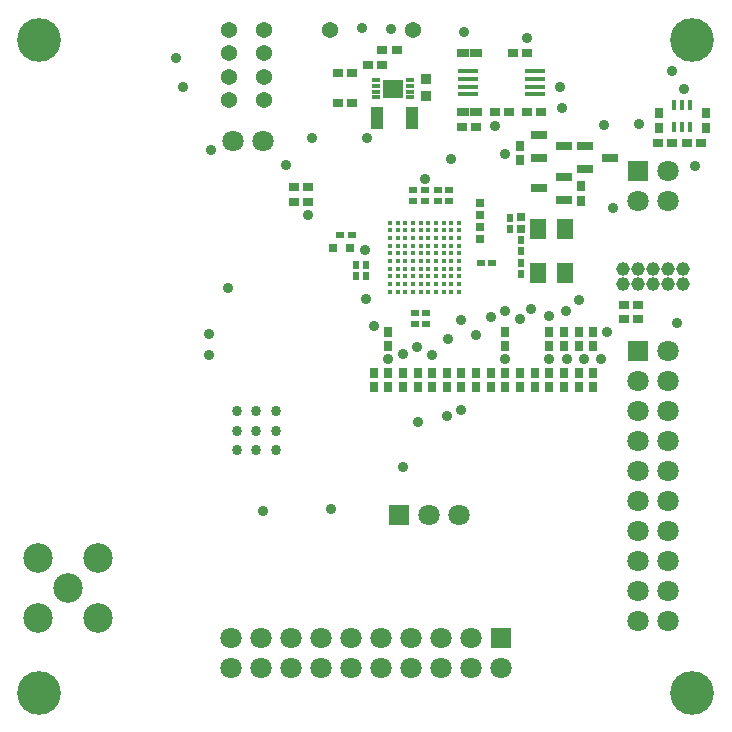
<source format=gbs>
%FSLAX43Y43*%
%MOMM*%
G71*
G01*
G75*
G04 Layer_Color=16711935*
%ADD10R,0.600X1.000*%
%ADD11R,0.400X1.400*%
%ADD12R,2.300X1.900*%
%ADD13R,1.775X1.900*%
%ADD14R,0.650X0.500*%
%ADD15R,1.000X2.250*%
%ADD16R,1.400X1.150*%
%ADD17R,1.600X1.000*%
%ADD18R,2.500X3.000*%
%ADD19O,0.800X0.400*%
%ADD20O,0.250X0.700*%
%ADD21O,0.700X0.250*%
%ADD22R,4.500X4.500*%
%ADD23R,1.200X1.200*%
%ADD24R,1.100X0.600*%
%ADD25R,1.100X1.000*%
%ADD26R,0.350X0.700*%
%ADD27R,0.700X0.700*%
%ADD28R,0.282X0.205*%
%ADD29R,0.550X0.600*%
%ADD30R,0.650X0.800*%
%ADD31R,0.500X0.650*%
%ADD32R,0.762X0.762*%
%ADD33R,0.205X0.282*%
%ADD34R,0.600X0.900*%
%ADD35R,0.800X0.650*%
%ADD36R,0.600X0.550*%
G04:AMPARAMS|DCode=37|XSize=0.205mm|YSize=0.282mm|CornerRadius=0mm|HoleSize=0mm|Usage=FLASHONLY|Rotation=135.000|XOffset=0mm|YOffset=0mm|HoleType=Round|Shape=Rectangle|*
%AMROTATEDRECTD37*
4,1,4,0.172,0.027,-0.027,-0.172,-0.172,-0.027,0.027,0.172,0.172,0.027,0.0*
%
%ADD37ROTATEDRECTD37*%

G04:AMPARAMS|DCode=38|XSize=0.205mm|YSize=0.282mm|CornerRadius=0mm|HoleSize=0mm|Usage=FLASHONLY|Rotation=225.000|XOffset=0mm|YOffset=0mm|HoleType=Round|Shape=Rectangle|*
%AMROTATEDRECTD38*
4,1,4,-0.027,0.172,0.172,-0.027,0.027,-0.172,-0.172,0.027,-0.027,0.172,0.0*
%
%ADD38ROTATEDRECTD38*%

%ADD39R,0.900X0.600*%
%ADD40R,1.200X1.200*%
%ADD41R,0.700X0.700*%
%ADD42C,0.254*%
%ADD43C,0.203*%
%ADD44C,0.180*%
%ADD45C,0.150*%
%ADD46C,0.300*%
%ADD47C,0.125*%
%ADD48C,0.200*%
%ADD49C,0.114*%
%ADD50C,0.250*%
%ADD51C,0.205*%
%ADD52R,0.450X2.959*%
%ADD53R,2.025X0.450*%
%ADD54R,1.650X0.550*%
%ADD55R,0.601X0.571*%
%ADD56R,0.763X0.125*%
%ADD57R,0.600X0.670*%
%ADD58R,0.598X0.716*%
%ADD59R,2.386X0.197*%
%ADD60R,0.350X3.200*%
%ADD61R,1.700X1.700*%
%ADD62C,1.700*%
%ADD63R,1.700X1.700*%
%ADD64C,2.400*%
%ADD65C,1.050*%
%ADD66C,3.600*%
%ADD67C,0.762*%
%ADD68C,0.500*%
%ADD69C,0.450*%
%ADD70C,0.400*%
%ADD71C,0.550*%
%ADD72C,0.500*%
%ADD73C,1.600*%
G04:AMPARAMS|DCode=74|XSize=2.524mm|YSize=2.524mm|CornerRadius=0mm|HoleSize=0mm|Usage=FLASHONLY|Rotation=0.000|XOffset=0mm|YOffset=0mm|HoleType=Round|Shape=Relief|Width=0.254mm|Gap=0.254mm|Entries=4|*
%AMTHD74*
7,0,0,2.524,2.016,0.254,45*
%
%ADD74THD74*%
%ADD75C,2.100*%
G04:AMPARAMS|DCode=76|XSize=3.124mm|YSize=3.124mm|CornerRadius=0mm|HoleSize=0mm|Usage=FLASHONLY|Rotation=0.000|XOffset=0mm|YOffset=0mm|HoleType=Round|Shape=Relief|Width=0.254mm|Gap=0.254mm|Entries=4|*
%AMTHD76*
7,0,0,3.124,2.616,0.254,45*
%
%ADD76THD76*%
G04:AMPARAMS|DCode=77|XSize=1.45mm|YSize=1.45mm|CornerRadius=0mm|HoleSize=0mm|Usage=FLASHONLY|Rotation=0.000|XOffset=0mm|YOffset=0mm|HoleType=Round|Shape=Relief|Width=0.2mm|Gap=0.2mm|Entries=4|*
%AMTHD77*
7,0,0,1.450,1.050,0.200,45*
%
%ADD77THD77*%
%ADD78C,1.250*%
G04:AMPARAMS|DCode=79|XSize=4.224mm|YSize=4.224mm|CornerRadius=0mm|HoleSize=0mm|Usage=FLASHONLY|Rotation=0.000|XOffset=0mm|YOffset=0mm|HoleType=Round|Shape=Relief|Width=0.254mm|Gap=0.254mm|Entries=4|*
%AMTHD79*
7,0,0,4.224,3.716,0.254,45*
%
%ADD79THD79*%
%ADD80C,0.800*%
%ADD81C,0.850*%
%ADD82C,0.400*%
%ADD83C,2.200*%
%ADD84C,3.300*%
%ADD85C,0.930*%
%ADD86C,1.270*%
%ADD87R,1.300X1.600*%
%ADD88R,0.600X0.250*%
%ADD89R,1.600X1.500*%
%ADD90C,0.280*%
%ADD91R,1.700X0.350*%
%ADD92R,1.300X0.600*%
%ADD93R,0.350X0.850*%
%ADD94R,0.950X1.750*%
%ADD95C,0.300*%
%ADD96C,0.800*%
%ADD97C,1.000*%
%ADD98C,0.100*%
%ADD99C,0.050*%
%ADD100C,0.102*%
%ADD101R,0.800X1.000*%
%ADD102R,0.875X0.550*%
%ADD103R,2.100X2.100*%
%ADD104R,2.100X2.100*%
%ADD105R,1.700X1.700*%
%ADD106R,1.800X0.700*%
%ADD107R,0.700X1.800*%
%ADD108R,0.700X1.100*%
%ADD109R,0.500X1.500*%
%ADD110R,2.400X2.000*%
%ADD111R,1.875X2.000*%
%ADD112R,0.750X0.600*%
%ADD113R,1.100X2.350*%
%ADD114R,1.500X1.250*%
%ADD115R,1.700X1.100*%
%ADD116R,2.600X3.100*%
%ADD117O,0.900X0.500*%
%ADD118O,0.350X0.800*%
%ADD119O,0.800X0.350*%
%ADD120R,4.600X4.600*%
%ADD121R,1.300X1.300*%
%ADD122R,1.200X0.700*%
%ADD123R,1.200X1.100*%
%ADD124R,0.450X0.800*%
%ADD125R,0.800X0.800*%
%ADD126R,0.408X0.332*%
%ADD127R,0.650X0.700*%
%ADD128R,0.750X0.900*%
%ADD129R,0.600X0.750*%
%ADD130R,0.862X0.862*%
%ADD131R,0.332X0.408*%
%ADD132R,0.700X1.000*%
%ADD133R,0.900X0.750*%
%ADD134R,0.700X0.650*%
G04:AMPARAMS|DCode=135|XSize=0.332mm|YSize=0.408mm|CornerRadius=0mm|HoleSize=0mm|Usage=FLASHONLY|Rotation=135.000|XOffset=0mm|YOffset=0mm|HoleType=Round|Shape=Rectangle|*
%AMROTATEDRECTD135*
4,1,4,0.261,0.027,-0.027,-0.261,-0.261,-0.027,0.027,0.261,0.261,0.027,0.0*
%
%ADD135ROTATEDRECTD135*%

G04:AMPARAMS|DCode=136|XSize=0.332mm|YSize=0.408mm|CornerRadius=0mm|HoleSize=0mm|Usage=FLASHONLY|Rotation=225.000|XOffset=0mm|YOffset=0mm|HoleType=Round|Shape=Rectangle|*
%AMROTATEDRECTD136*
4,1,4,-0.027,0.261,0.261,-0.027,0.027,-0.261,-0.261,0.027,-0.027,0.261,0.0*
%
%ADD136ROTATEDRECTD136*%

%ADD137R,1.000X0.700*%
%ADD138R,1.300X1.300*%
%ADD139R,0.800X0.800*%
%ADD140R,1.800X1.800*%
%ADD141C,1.800*%
%ADD142R,1.800X1.800*%
%ADD143C,2.500*%
%ADD144C,1.150*%
%ADD145C,3.700*%
%ADD146C,1.370*%
%ADD147R,1.400X1.700*%
%ADD148R,0.700X0.350*%
%ADD149R,1.700X1.600*%
%ADD150C,0.380*%
%ADD151R,1.800X0.450*%
%ADD152R,1.400X0.700*%
%ADD153R,0.450X0.950*%
%ADD154R,1.050X1.850*%
%ADD155C,0.900*%
%ADD156C,0.862*%
D112*
X-31200Y-18900D02*
D03*
X-32150D02*
D03*
X-25025Y-15100D02*
D03*
X-25975D02*
D03*
X-25025Y-16000D02*
D03*
X-25975D02*
D03*
X-23875Y-15100D02*
D03*
X-22925D02*
D03*
X-23875Y-16000D02*
D03*
X-22925D02*
D03*
X-20275Y-21300D02*
D03*
X-19325D02*
D03*
X-25850Y-25500D02*
D03*
X-24900D02*
D03*
X-25850Y-26400D02*
D03*
X-24900D02*
D03*
D127*
X-20300Y-16200D02*
D03*
Y-17200D02*
D03*
Y-19200D02*
D03*
Y-18200D02*
D03*
X-16900Y-17400D02*
D03*
Y-18400D02*
D03*
D128*
X-25627Y-31751D02*
D03*
Y-30551D02*
D03*
X-15700Y-30551D02*
D03*
Y-31751D02*
D03*
X-23148Y-30551D02*
D03*
Y-31751D02*
D03*
X-21908Y-30551D02*
D03*
Y-31751D02*
D03*
X-10753Y-30550D02*
D03*
Y-31750D02*
D03*
X-11989Y-30550D02*
D03*
Y-31750D02*
D03*
X-13225Y-30550D02*
D03*
Y-31750D02*
D03*
X-14461Y-30550D02*
D03*
Y-31750D02*
D03*
X-18190Y-30551D02*
D03*
Y-31751D02*
D03*
X-16950Y-30551D02*
D03*
Y-31751D02*
D03*
X-19429Y-30551D02*
D03*
Y-31751D02*
D03*
X-20669Y-30551D02*
D03*
Y-31751D02*
D03*
X-28106Y-30551D02*
D03*
Y-31751D02*
D03*
X-29345Y-30551D02*
D03*
Y-31751D02*
D03*
X-26866Y-30551D02*
D03*
Y-31751D02*
D03*
X-24387Y-30551D02*
D03*
Y-31751D02*
D03*
X-11775Y-15979D02*
D03*
Y-14779D02*
D03*
X-16925Y-12525D02*
D03*
Y-11325D02*
D03*
X-1200Y-9800D02*
D03*
Y-8600D02*
D03*
X-5200Y-8600D02*
D03*
Y-9800D02*
D03*
X-18190Y-27075D02*
D03*
Y-28275D02*
D03*
X-14461Y-27075D02*
D03*
Y-28275D02*
D03*
X-13225Y-27075D02*
D03*
Y-28275D02*
D03*
X-11989Y-27075D02*
D03*
Y-28275D02*
D03*
X-10750Y-27075D02*
D03*
Y-28275D02*
D03*
X-28106Y-28275D02*
D03*
Y-27075D02*
D03*
D129*
X-16900Y-22175D02*
D03*
Y-21225D02*
D03*
Y-19325D02*
D03*
Y-20275D02*
D03*
X-17800Y-17425D02*
D03*
Y-18375D02*
D03*
X-30000Y-21425D02*
D03*
Y-22375D02*
D03*
X-30875Y-21425D02*
D03*
Y-22375D02*
D03*
D130*
X-24900Y-5701D02*
D03*
Y-7098D02*
D03*
D133*
X-21850Y-9725D02*
D03*
X-20650D02*
D03*
X-16375Y-3525D02*
D03*
X-17575D02*
D03*
X-36124Y-16079D02*
D03*
X-34924D02*
D03*
X-34924Y-14804D02*
D03*
X-36124D02*
D03*
X-32400Y-7700D02*
D03*
X-31200D02*
D03*
X-1600Y-11100D02*
D03*
X-2800D02*
D03*
X-4100D02*
D03*
X-5300D02*
D03*
X-6976Y-26017D02*
D03*
X-8176D02*
D03*
X-6976Y-24862D02*
D03*
X-8176D02*
D03*
X-31200Y-5200D02*
D03*
X-32400D02*
D03*
X-17900Y-8500D02*
D03*
X-19100D02*
D03*
X-16350D02*
D03*
X-15150D02*
D03*
X-28600Y-3250D02*
D03*
X-27400D02*
D03*
X-29800Y-4500D02*
D03*
X-28600D02*
D03*
D137*
X-20700Y-8500D02*
D03*
X-21800D02*
D03*
X-20700Y-3500D02*
D03*
X-21800D02*
D03*
D139*
X-32775Y-20000D02*
D03*
X-31375D02*
D03*
D140*
X-27215Y-42600D02*
D03*
X-18570Y-53030D02*
D03*
D141*
X-24675Y-42600D02*
D03*
X-22135D02*
D03*
X-6970Y-16030D02*
D03*
X-4430D02*
D03*
Y-13490D02*
D03*
Y-51590D02*
D03*
X-6970Y-41430D02*
D03*
X-4430D02*
D03*
Y-43970D02*
D03*
X-6970D02*
D03*
X-4430Y-46510D02*
D03*
X-6970D02*
D03*
X-4430Y-49050D02*
D03*
X-6970D02*
D03*
Y-51590D02*
D03*
Y-38890D02*
D03*
Y-36350D02*
D03*
X-4430D02*
D03*
X-6970Y-33810D02*
D03*
X-4430D02*
D03*
X-6970Y-31270D02*
D03*
X-4430D02*
D03*
Y-28730D02*
D03*
Y-38890D02*
D03*
X-41270Y-10950D02*
D03*
X-38730D02*
D03*
X-28730Y-55570D02*
D03*
X-18570D02*
D03*
X-21110D02*
D03*
Y-53030D02*
D03*
X-23650Y-55570D02*
D03*
Y-53030D02*
D03*
X-26190Y-55570D02*
D03*
Y-53030D02*
D03*
X-28730D02*
D03*
X-41430D02*
D03*
X-38890D02*
D03*
Y-55570D02*
D03*
X-36350Y-53030D02*
D03*
Y-55570D02*
D03*
X-33810Y-53030D02*
D03*
Y-55570D02*
D03*
X-31270D02*
D03*
Y-53030D02*
D03*
X-41430Y-55570D02*
D03*
D142*
X-6970Y-13490D02*
D03*
Y-28730D02*
D03*
D143*
X-55195Y-48780D02*
D03*
X-52655Y-46240D02*
D03*
X-57735Y-51320D02*
D03*
X-52655D02*
D03*
X-57735Y-46240D02*
D03*
D144*
X-3174Y-23015D02*
D03*
Y-21745D02*
D03*
X-8253D02*
D03*
X-6984D02*
D03*
X-5714D02*
D03*
X-4444D02*
D03*
Y-23015D02*
D03*
X-5714D02*
D03*
X-6984D02*
D03*
X-8253D02*
D03*
D145*
X-57650Y-57650D02*
D03*
X-2350D02*
D03*
X-57650Y-2350D02*
D03*
X-2350D02*
D03*
D146*
X-41600Y-1500D02*
D03*
X-26000D02*
D03*
X-33000Y-1500D02*
D03*
X-38600Y-7500D02*
D03*
Y-3500D02*
D03*
X-41600Y-7500D02*
D03*
X-38600Y-5500D02*
D03*
X-41600D02*
D03*
Y-3500D02*
D03*
X-38600Y-1500D02*
D03*
D147*
X-15400Y-22150D02*
D03*
Y-18350D02*
D03*
X-13100D02*
D03*
Y-22150D02*
D03*
D148*
X-29100Y-5750D02*
D03*
Y-6250D02*
D03*
Y-7250D02*
D03*
Y-6750D02*
D03*
X-26300D02*
D03*
Y-7250D02*
D03*
Y-6250D02*
D03*
Y-5750D02*
D03*
D149*
X-27700Y-6500D02*
D03*
D150*
X-22100Y-23700D02*
D03*
Y-23050D02*
D03*
Y-22400D02*
D03*
Y-21750D02*
D03*
Y-20450D02*
D03*
Y-19800D02*
D03*
Y-19150D02*
D03*
Y-21100D02*
D03*
X-22750D02*
D03*
X-23400D02*
D03*
X-24050D02*
D03*
X-24700D02*
D03*
X-25350D02*
D03*
X-26000D02*
D03*
X-26650D02*
D03*
X-27300D02*
D03*
X-27950D02*
D03*
X-22750Y-23700D02*
D03*
X-23400D02*
D03*
X-24050D02*
D03*
X-24700D02*
D03*
X-25350D02*
D03*
X-26000D02*
D03*
X-26650D02*
D03*
X-27300D02*
D03*
X-27950D02*
D03*
X-22750Y-23050D02*
D03*
X-23400D02*
D03*
X-24050D02*
D03*
X-24700D02*
D03*
X-25350D02*
D03*
X-26000D02*
D03*
X-26650D02*
D03*
X-27300D02*
D03*
X-27950D02*
D03*
X-22750Y-22400D02*
D03*
X-23400D02*
D03*
X-24050D02*
D03*
X-24700D02*
D03*
X-25350D02*
D03*
X-26000D02*
D03*
X-26650D02*
D03*
X-27300D02*
D03*
X-27950D02*
D03*
X-22750Y-21750D02*
D03*
X-23400D02*
D03*
X-24050D02*
D03*
X-24700D02*
D03*
X-25350D02*
D03*
X-26000D02*
D03*
X-26650D02*
D03*
X-27300D02*
D03*
X-27950D02*
D03*
X-22750Y-20450D02*
D03*
X-23400D02*
D03*
X-24050D02*
D03*
X-24700D02*
D03*
X-25350D02*
D03*
X-26000D02*
D03*
X-26650D02*
D03*
X-27300D02*
D03*
X-27950D02*
D03*
X-22750Y-19800D02*
D03*
X-23400D02*
D03*
X-24050D02*
D03*
X-24700D02*
D03*
X-25350D02*
D03*
X-26000D02*
D03*
X-26650D02*
D03*
X-27300D02*
D03*
X-27950D02*
D03*
X-22750Y-19150D02*
D03*
X-23400D02*
D03*
X-24050D02*
D03*
X-24700D02*
D03*
X-25350D02*
D03*
X-26000D02*
D03*
X-26650D02*
D03*
X-27300D02*
D03*
X-27950D02*
D03*
X-22100Y-18500D02*
D03*
X-22750D02*
D03*
X-23400D02*
D03*
X-24050D02*
D03*
X-24700D02*
D03*
X-25350D02*
D03*
X-26000D02*
D03*
X-26650D02*
D03*
X-27300D02*
D03*
X-27950D02*
D03*
X-22100Y-17850D02*
D03*
X-22750D02*
D03*
X-23400D02*
D03*
X-24050D02*
D03*
X-24700D02*
D03*
X-25350D02*
D03*
X-26000D02*
D03*
X-26650D02*
D03*
X-27300D02*
D03*
X-27950D02*
D03*
D151*
X-21350Y-6975D02*
D03*
Y-6325D02*
D03*
Y-5675D02*
D03*
Y-5025D02*
D03*
X-15650Y-6975D02*
D03*
Y-6325D02*
D03*
Y-5675D02*
D03*
Y-5025D02*
D03*
D152*
X-9350Y-12350D02*
D03*
X-11450Y-11400D02*
D03*
Y-13300D02*
D03*
X-15350Y-14950D02*
D03*
X-13250Y-15900D02*
D03*
Y-14000D02*
D03*
Y-11400D02*
D03*
X-15350Y-10450D02*
D03*
Y-12350D02*
D03*
D153*
X-3875Y-9725D02*
D03*
X-3225D02*
D03*
X-2575D02*
D03*
Y-7875D02*
D03*
X-3225D02*
D03*
X-3875D02*
D03*
D154*
X-26125Y-9000D02*
D03*
X-29075D02*
D03*
D155*
X-27899Y-1416D02*
D03*
X-2172Y-13028D02*
D03*
X-6863Y-9538D02*
D03*
X-30105Y-20125D02*
D03*
X-25628Y-28348D02*
D03*
X-19100Y-9666D02*
D03*
X-16375Y-2236D02*
D03*
X-18250Y-12071D02*
D03*
X-34924Y-17176D02*
D03*
X-25025Y-14166D02*
D03*
X-13522Y-6325D02*
D03*
X-30325Y-1403D02*
D03*
X-18190Y-29413D02*
D03*
X-14461D02*
D03*
X-16950Y-26037D02*
D03*
X-21908Y-26090D02*
D03*
X-23075Y-27670D02*
D03*
X-20669Y-27325D02*
D03*
X-26866Y-28994D02*
D03*
X-29345Y-26585D02*
D03*
X-24387Y-29098D02*
D03*
X-3080Y-6542D02*
D03*
X-28106Y-29411D02*
D03*
X-9555Y-27075D02*
D03*
X-11525Y-29411D02*
D03*
X-12993D02*
D03*
X-10057Y-29414D02*
D03*
X-30029Y-24275D02*
D03*
X-32975Y-42137D02*
D03*
X-43239Y-27309D02*
D03*
X-4100Y-5030D02*
D03*
X-34600Y-10700D02*
D03*
X-13360Y-8170D02*
D03*
X-29900Y-10675D02*
D03*
X-21725Y-1710D02*
D03*
X-38687Y-42298D02*
D03*
X-36760Y-12960D02*
D03*
X-26866Y-38575D02*
D03*
X-9075Y-16650D02*
D03*
X-23148Y-34223D02*
D03*
X-21908Y-33725D02*
D03*
X-45510Y-6375D02*
D03*
X-43146Y-11738D02*
D03*
X-46056Y-3908D02*
D03*
X-11989Y-24435D02*
D03*
X-9825Y-9575D02*
D03*
X-25621Y-34725D02*
D03*
X-19429Y-25841D02*
D03*
X-14461Y-25789D02*
D03*
X-18190Y-25318D02*
D03*
X-16013Y-25138D02*
D03*
X-13025Y-25344D02*
D03*
X-3651Y-26351D02*
D03*
X-43239Y-29088D02*
D03*
X-22791Y-12448D02*
D03*
X-41649Y-23388D02*
D03*
D156*
X-37649Y-33824D02*
D03*
Y-35475D02*
D03*
Y-37126D02*
D03*
X-39300Y-33824D02*
D03*
Y-35475D02*
D03*
Y-37126D02*
D03*
X-40951Y-33824D02*
D03*
Y-35475D02*
D03*
Y-37126D02*
D03*
M02*

</source>
